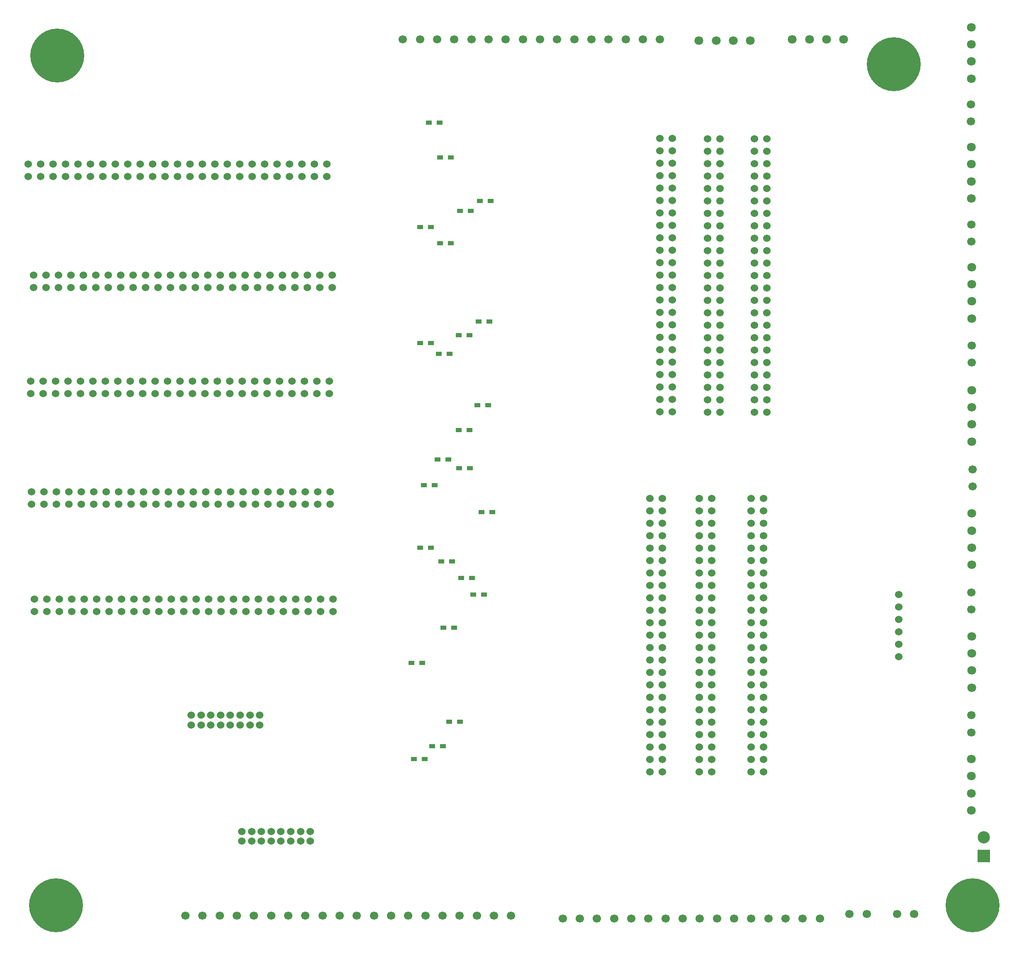
<source format=gbr>
G04 #@! TF.FileFunction,Soldermask,Bot*
%FSLAX46Y46*%
G04 Gerber Fmt 4.6, Leading zero omitted, Abs format (unit mm)*
G04 Created by KiCad (PCBNEW 4.0.4-stable) date 01/03/17 20:17:35*
%MOMM*%
%LPD*%
G01*
G04 APERTURE LIST*
%ADD10C,0.100000*%
%ADD11C,1.524000*%
%ADD12R,1.200000X0.900000*%
%ADD13C,11.000000*%
%ADD14C,0.700000*%
%ADD15R,2.499360X2.499360*%
%ADD16C,2.499360*%
%ADD17C,1.700000*%
%ADD18C,1.800000*%
G04 APERTURE END LIST*
D10*
D11*
X44633860Y-99987680D03*
X44633860Y-97447680D03*
X47173860Y-99987680D03*
X47173860Y-97447680D03*
X49713860Y-99987680D03*
X49713860Y-97447680D03*
X52253860Y-99987680D03*
X52253860Y-97447680D03*
X54793860Y-99987680D03*
X54793860Y-97447680D03*
X57333860Y-99987680D03*
X57333860Y-97447680D03*
X59873860Y-99987680D03*
X59873860Y-97447680D03*
X62413860Y-99987680D03*
X62413860Y-97447680D03*
X64953860Y-99987680D03*
X64953860Y-97447680D03*
X67493860Y-99987680D03*
X67493860Y-97447680D03*
X70033860Y-99987680D03*
X70033860Y-97447680D03*
X72573860Y-99987680D03*
X72573860Y-97447680D03*
X75113860Y-99987680D03*
X75113860Y-97447680D03*
X77653860Y-99987680D03*
X77653860Y-97447680D03*
X80193860Y-99987680D03*
X80193860Y-97447680D03*
X82733860Y-99987680D03*
X82733860Y-97447680D03*
X85273860Y-99987680D03*
X85273860Y-97447680D03*
X87813860Y-99987680D03*
X87813860Y-97447680D03*
X90353860Y-99987680D03*
X90353860Y-97447680D03*
X92893860Y-99987680D03*
X92893860Y-97447680D03*
X95433860Y-99987680D03*
X95433860Y-97447680D03*
X97973860Y-99987680D03*
X97973860Y-97447680D03*
X100513860Y-99987680D03*
X100513860Y-97447680D03*
X103053860Y-99987680D03*
X103053860Y-97447680D03*
X105593860Y-99987680D03*
X105593860Y-97447680D03*
X43495860Y-77253680D03*
X43495860Y-74713680D03*
X46035860Y-77253680D03*
X46035860Y-74713680D03*
X48575860Y-77253680D03*
X48575860Y-74713680D03*
X51115860Y-77253680D03*
X51115860Y-74713680D03*
X53655860Y-77253680D03*
X53655860Y-74713680D03*
X56195860Y-77253680D03*
X56195860Y-74713680D03*
X58735860Y-77253680D03*
X58735860Y-74713680D03*
X61275860Y-77253680D03*
X61275860Y-74713680D03*
X63815860Y-77253680D03*
X63815860Y-74713680D03*
X66355860Y-77253680D03*
X66355860Y-74713680D03*
X68895860Y-77253680D03*
X68895860Y-74713680D03*
X71435860Y-77253680D03*
X71435860Y-74713680D03*
X73975860Y-77253680D03*
X73975860Y-74713680D03*
X76515860Y-77253680D03*
X76515860Y-74713680D03*
X79055860Y-77253680D03*
X79055860Y-74713680D03*
X81595860Y-77253680D03*
X81595860Y-74713680D03*
X84135860Y-77253680D03*
X84135860Y-74713680D03*
X86675860Y-77253680D03*
X86675860Y-74713680D03*
X89215860Y-77253680D03*
X89215860Y-74713680D03*
X91755860Y-77253680D03*
X91755860Y-74713680D03*
X94295860Y-77253680D03*
X94295860Y-74713680D03*
X96835860Y-77253680D03*
X96835860Y-74713680D03*
X99375860Y-77253680D03*
X99375860Y-74713680D03*
X101915860Y-77253680D03*
X101915860Y-74713680D03*
X104455860Y-77253680D03*
X104455860Y-74713680D03*
X43993860Y-121647680D03*
X43993860Y-119107680D03*
X46533860Y-121647680D03*
X46533860Y-119107680D03*
X49073860Y-121647680D03*
X49073860Y-119107680D03*
X51613860Y-121647680D03*
X51613860Y-119107680D03*
X54153860Y-121647680D03*
X54153860Y-119107680D03*
X56693860Y-121647680D03*
X56693860Y-119107680D03*
X59233860Y-121647680D03*
X59233860Y-119107680D03*
X61773860Y-121647680D03*
X61773860Y-119107680D03*
X64313860Y-121647680D03*
X64313860Y-119107680D03*
X66853860Y-121647680D03*
X66853860Y-119107680D03*
X69393860Y-121647680D03*
X69393860Y-119107680D03*
X71933860Y-121647680D03*
X71933860Y-119107680D03*
X74473860Y-121647680D03*
X74473860Y-119107680D03*
X77013860Y-121647680D03*
X77013860Y-119107680D03*
X79553860Y-121647680D03*
X79553860Y-119107680D03*
X82093860Y-121647680D03*
X82093860Y-119107680D03*
X84633860Y-121647680D03*
X84633860Y-119107680D03*
X87173860Y-121647680D03*
X87173860Y-119107680D03*
X89713860Y-121647680D03*
X89713860Y-119107680D03*
X92253860Y-121647680D03*
X92253860Y-119107680D03*
X94793860Y-121647680D03*
X94793860Y-119107680D03*
X97333860Y-121647680D03*
X97333860Y-119107680D03*
X99873860Y-121647680D03*
X99873860Y-119107680D03*
X102413860Y-121647680D03*
X102413860Y-119107680D03*
X104953860Y-121647680D03*
X104953860Y-119107680D03*
X44183860Y-144267680D03*
X44183860Y-141727680D03*
X46723860Y-144267680D03*
X46723860Y-141727680D03*
X49263860Y-144267680D03*
X49263860Y-141727680D03*
X51803860Y-144267680D03*
X51803860Y-141727680D03*
X54343860Y-144267680D03*
X54343860Y-141727680D03*
X56883860Y-144267680D03*
X56883860Y-141727680D03*
X59423860Y-144267680D03*
X59423860Y-141727680D03*
X61963860Y-144267680D03*
X61963860Y-141727680D03*
X64503860Y-144267680D03*
X64503860Y-141727680D03*
X67043860Y-144267680D03*
X67043860Y-141727680D03*
X69583860Y-144267680D03*
X69583860Y-141727680D03*
X72123860Y-144267680D03*
X72123860Y-141727680D03*
X74663860Y-144267680D03*
X74663860Y-141727680D03*
X77203860Y-144267680D03*
X77203860Y-141727680D03*
X79743860Y-144267680D03*
X79743860Y-141727680D03*
X82283860Y-144267680D03*
X82283860Y-141727680D03*
X84823860Y-144267680D03*
X84823860Y-141727680D03*
X87363860Y-144267680D03*
X87363860Y-141727680D03*
X89903860Y-144267680D03*
X89903860Y-141727680D03*
X92443860Y-144267680D03*
X92443860Y-141727680D03*
X94983860Y-144267680D03*
X94983860Y-141727680D03*
X97523860Y-144267680D03*
X97523860Y-141727680D03*
X100063860Y-144267680D03*
X100063860Y-141727680D03*
X102603860Y-144267680D03*
X102603860Y-141727680D03*
X105143860Y-144267680D03*
X105143860Y-141727680D03*
D12*
X133837860Y-84307680D03*
X131637860Y-84307680D03*
X133675300Y-136880600D03*
X131475300Y-136880600D03*
X138243860Y-145837680D03*
X136043860Y-145837680D03*
X129263860Y-135107680D03*
X127063860Y-135107680D03*
X126463860Y-140327680D03*
X124263860Y-140327680D03*
X133583860Y-109707680D03*
X131383860Y-109707680D03*
X137647860Y-106913680D03*
X135447860Y-106913680D03*
X129773860Y-90911680D03*
X127573860Y-90911680D03*
X125709860Y-87609680D03*
X123509860Y-87609680D03*
X128219380Y-193725800D03*
X126019380Y-193725800D03*
X124419540Y-196331840D03*
X122219540Y-196331840D03*
X131663620Y-188747400D03*
X129463620Y-188747400D03*
X130453860Y-169517680D03*
X128253860Y-169517680D03*
X137901860Y-82275680D03*
X135701860Y-82275680D03*
X123973860Y-176727680D03*
X121773860Y-176727680D03*
X129773860Y-73385680D03*
X127573860Y-73385680D03*
X133583860Y-129067680D03*
X131383860Y-129067680D03*
X134083860Y-159297680D03*
X131883860Y-159297680D03*
X127487860Y-66273680D03*
X125287860Y-66273680D03*
X137393860Y-124067680D03*
X135193860Y-124067680D03*
X136583860Y-162717680D03*
X134383860Y-162717680D03*
X129519860Y-113517680D03*
X127319860Y-113517680D03*
X130063860Y-155907680D03*
X127863860Y-155907680D03*
X125763860Y-111287680D03*
X123563860Y-111287680D03*
X125763860Y-153167680D03*
X123563860Y-153167680D03*
D13*
X220193860Y-54317680D03*
D14*
X224318860Y-54317680D03*
X223120675Y-57244495D03*
X220193860Y-58442680D03*
X217267045Y-57244495D03*
X216068860Y-54317680D03*
X217267045Y-51390865D03*
X220193860Y-50192680D03*
X223120675Y-51390865D03*
D13*
X49425860Y-52557680D03*
D14*
X53550860Y-52557680D03*
X52352675Y-55484495D03*
X49425860Y-56682680D03*
X46499045Y-55484495D03*
X45300860Y-52557680D03*
X46499045Y-49630865D03*
X49425860Y-48432680D03*
X52352675Y-49630865D03*
D13*
X49176940Y-226232720D03*
D14*
X53301940Y-226232720D03*
X52103755Y-229159535D03*
X49176940Y-230357720D03*
X46250125Y-229159535D03*
X45051940Y-226232720D03*
X46250125Y-223305905D03*
X49176940Y-222107720D03*
X52103755Y-223305905D03*
D13*
X236298740Y-226222560D03*
D14*
X240423740Y-226222560D03*
X239225555Y-229149375D03*
X236298740Y-230347560D03*
X233371925Y-229149375D03*
X232173740Y-226222560D03*
X233371925Y-223295745D03*
X236298740Y-222097560D03*
X239225555Y-223295745D03*
D15*
X238554260Y-216159080D03*
D16*
X238554260Y-212349080D03*
D11*
X44813860Y-166207680D03*
X44813860Y-163667680D03*
X47353860Y-166207680D03*
X47353860Y-163667680D03*
X49893860Y-166207680D03*
X49893860Y-163667680D03*
X52433860Y-166207680D03*
X52433860Y-163667680D03*
X54973860Y-166207680D03*
X54973860Y-163667680D03*
X57513860Y-166207680D03*
X57513860Y-163667680D03*
X60053860Y-166207680D03*
X60053860Y-163667680D03*
X62593860Y-166207680D03*
X62593860Y-163667680D03*
X65133860Y-166207680D03*
X65133860Y-163667680D03*
X67673860Y-166207680D03*
X67673860Y-163667680D03*
X70213860Y-166207680D03*
X70213860Y-163667680D03*
X72753860Y-166207680D03*
X72753860Y-163667680D03*
X75293860Y-166207680D03*
X75293860Y-163667680D03*
X77833860Y-166207680D03*
X77833860Y-163667680D03*
X80373860Y-166207680D03*
X80373860Y-163667680D03*
X82913860Y-166207680D03*
X82913860Y-163667680D03*
X85453860Y-166207680D03*
X85453860Y-163667680D03*
X87993860Y-166207680D03*
X87993860Y-163667680D03*
X90533860Y-166207680D03*
X90533860Y-163667680D03*
X93073860Y-166207680D03*
X93073860Y-163667680D03*
X95613860Y-166207680D03*
X95613860Y-163667680D03*
X98153860Y-166207680D03*
X98153860Y-163667680D03*
X100693860Y-166207680D03*
X100693860Y-163667680D03*
X103233860Y-166207680D03*
X103233860Y-163667680D03*
X105773860Y-166207680D03*
X105773860Y-163667680D03*
D17*
X172493860Y-49267680D03*
X168993860Y-49267680D03*
X165493860Y-49267680D03*
X161993860Y-49267680D03*
X158493860Y-49267680D03*
X154993860Y-49267680D03*
X151493860Y-49267680D03*
X147993860Y-49267680D03*
X144493860Y-49267680D03*
X140993860Y-49267680D03*
X137493860Y-49267680D03*
X133993860Y-49267680D03*
X130493860Y-49267680D03*
X126993860Y-49267680D03*
X123493860Y-49267680D03*
X119993860Y-49267680D03*
X75587860Y-228325680D03*
X79087860Y-228325680D03*
X82587860Y-228325680D03*
X86087860Y-228325680D03*
X89587860Y-228325680D03*
X93087860Y-228325680D03*
X96587860Y-228325680D03*
X100087860Y-228325680D03*
X103587860Y-228325680D03*
X107087860Y-228325680D03*
X110587860Y-228325680D03*
X114087860Y-228325680D03*
X117587860Y-228325680D03*
X121087860Y-228325680D03*
X124587860Y-228325680D03*
X128087860Y-228325680D03*
X131587860Y-228325680D03*
X135087860Y-228325680D03*
X138587860Y-228325680D03*
X142087860Y-228325680D03*
D11*
X221246700Y-162687000D03*
X221246700Y-165227000D03*
X221246700Y-167767000D03*
X221246700Y-170307000D03*
X221246700Y-172847000D03*
X221246700Y-175387000D03*
D17*
X205117700Y-228960680D03*
X201617700Y-228960680D03*
X198117700Y-228960680D03*
X194617700Y-228960680D03*
X191117700Y-228960680D03*
X187617700Y-228960680D03*
X184117700Y-228960680D03*
X180617700Y-228960680D03*
X177117700Y-228960680D03*
X173617700Y-228960680D03*
X170117700Y-228960680D03*
X166617700Y-228960680D03*
X163117700Y-228960680D03*
X159617700Y-228960680D03*
X156117700Y-228960680D03*
X152617700Y-228960680D03*
X220875860Y-227970080D03*
X224375860Y-227970080D03*
X211173060Y-228020880D03*
X214673060Y-228020880D03*
X236065060Y-90606880D03*
X236065060Y-87106880D03*
X235963460Y-66070480D03*
X235963460Y-62570480D03*
X236014260Y-190886080D03*
X236014260Y-187386080D03*
X236014260Y-165790880D03*
X236014260Y-162290880D03*
X236319060Y-140644880D03*
X236319060Y-137144880D03*
X236166660Y-115295680D03*
X236166660Y-111795680D03*
D18*
X210004660Y-49255680D03*
X206504660Y-49255680D03*
X203004660Y-49255680D03*
X199504660Y-49255680D03*
X236014260Y-206837280D03*
X236014260Y-203337280D03*
X236014260Y-199837280D03*
X236014260Y-196337280D03*
X236115860Y-181742080D03*
X236115860Y-178242080D03*
X236115860Y-174742080D03*
X236115860Y-171242080D03*
X236166660Y-156646880D03*
X236166660Y-153146880D03*
X236166660Y-149646880D03*
X236166660Y-146146880D03*
X236166660Y-131450080D03*
X236166660Y-127950080D03*
X236166660Y-124450080D03*
X236166660Y-120950080D03*
X236115860Y-106304080D03*
X236115860Y-102804080D03*
X236115860Y-99304080D03*
X236115860Y-95804080D03*
X236014260Y-81767680D03*
X236014260Y-78267680D03*
X236014260Y-74767680D03*
X236014260Y-71267680D03*
X236014260Y-57282080D03*
X236014260Y-53782080D03*
X236014260Y-50282080D03*
X236014260Y-46782080D03*
X190954660Y-49509680D03*
X187454660Y-49509680D03*
X183954660Y-49509680D03*
X180454660Y-49509680D03*
D11*
X101113860Y-211117680D03*
X101113860Y-213117680D03*
X99113860Y-213117680D03*
X99113860Y-211117680D03*
X97113860Y-211117680D03*
X97113860Y-213117680D03*
X95113860Y-213117680D03*
X95113860Y-211117680D03*
X93113860Y-211117680D03*
X93113860Y-213117680D03*
X91113860Y-213117680D03*
X91113860Y-211117680D03*
X89113860Y-211117680D03*
X89113860Y-213117680D03*
X87113860Y-213117680D03*
X87113860Y-211117680D03*
X90783860Y-187357680D03*
X90783860Y-189357680D03*
X88783860Y-189357680D03*
X88783860Y-187357680D03*
X86783860Y-187357680D03*
X86783860Y-189357680D03*
X84783860Y-189357680D03*
X84783860Y-187357680D03*
X82783860Y-187357680D03*
X82783860Y-189357680D03*
X80783860Y-189357680D03*
X80783860Y-187357680D03*
X78783860Y-187357680D03*
X78783860Y-189357680D03*
X76783860Y-189357680D03*
X76783860Y-187357680D03*
X191797940Y-69570600D03*
X194337940Y-69570600D03*
X191797940Y-72110600D03*
X194337940Y-72110600D03*
X191797940Y-74650600D03*
X194337940Y-74650600D03*
X191797940Y-77190600D03*
X194337940Y-77190600D03*
X191797940Y-79730600D03*
X194337940Y-79730600D03*
X191797940Y-82270600D03*
X194337940Y-82270600D03*
X191797940Y-84810600D03*
X194337940Y-84810600D03*
X191797940Y-87350600D03*
X194337940Y-87350600D03*
X191797940Y-89890600D03*
X194337940Y-89890600D03*
X191797940Y-92430600D03*
X194337940Y-92430600D03*
X191797940Y-94970600D03*
X194337940Y-94970600D03*
X191797940Y-97510600D03*
X194337940Y-97510600D03*
X191797940Y-100050600D03*
X194337940Y-100050600D03*
X191797940Y-102590600D03*
X194337940Y-102590600D03*
X191797940Y-105130600D03*
X194337940Y-105130600D03*
X191797940Y-107670600D03*
X194337940Y-107670600D03*
X191797940Y-110210600D03*
X194337940Y-110210600D03*
X191797940Y-112750600D03*
X194337940Y-112750600D03*
X191797940Y-115290600D03*
X194337940Y-115290600D03*
X191797940Y-117830600D03*
X194337940Y-117830600D03*
X191797940Y-120370600D03*
X194337940Y-120370600D03*
X191797940Y-122910600D03*
X194337940Y-122910600D03*
X191797940Y-125450600D03*
X194337940Y-125450600D03*
X182237380Y-69575680D03*
X184777380Y-69575680D03*
X182237380Y-72115680D03*
X184777380Y-72115680D03*
X182237380Y-74655680D03*
X184777380Y-74655680D03*
X182237380Y-77195680D03*
X184777380Y-77195680D03*
X182237380Y-79735680D03*
X184777380Y-79735680D03*
X182237380Y-82275680D03*
X184777380Y-82275680D03*
X182237380Y-84815680D03*
X184777380Y-84815680D03*
X182237380Y-87355680D03*
X184777380Y-87355680D03*
X182237380Y-89895680D03*
X184777380Y-89895680D03*
X182237380Y-92435680D03*
X184777380Y-92435680D03*
X182237380Y-94975680D03*
X184777380Y-94975680D03*
X182237380Y-97515680D03*
X184777380Y-97515680D03*
X182237380Y-100055680D03*
X184777380Y-100055680D03*
X182237380Y-102595680D03*
X184777380Y-102595680D03*
X182237380Y-105135680D03*
X184777380Y-105135680D03*
X182237380Y-107675680D03*
X184777380Y-107675680D03*
X182237380Y-110215680D03*
X184777380Y-110215680D03*
X182237380Y-112755680D03*
X184777380Y-112755680D03*
X182237380Y-115295680D03*
X184777380Y-115295680D03*
X182237380Y-117835680D03*
X184777380Y-117835680D03*
X182237380Y-120375680D03*
X184777380Y-120375680D03*
X182237380Y-122915680D03*
X184777380Y-122915680D03*
X182237380Y-125455680D03*
X184777380Y-125455680D03*
X172427900Y-69540120D03*
X174967900Y-69540120D03*
X172427900Y-72080120D03*
X174967900Y-72080120D03*
X172427900Y-74620120D03*
X174967900Y-74620120D03*
X172427900Y-77160120D03*
X174967900Y-77160120D03*
X172427900Y-79700120D03*
X174967900Y-79700120D03*
X172427900Y-82240120D03*
X174967900Y-82240120D03*
X172427900Y-84780120D03*
X174967900Y-84780120D03*
X172427900Y-87320120D03*
X174967900Y-87320120D03*
X172427900Y-89860120D03*
X174967900Y-89860120D03*
X172427900Y-92400120D03*
X174967900Y-92400120D03*
X172427900Y-94940120D03*
X174967900Y-94940120D03*
X172427900Y-97480120D03*
X174967900Y-97480120D03*
X172427900Y-100020120D03*
X174967900Y-100020120D03*
X172427900Y-102560120D03*
X174967900Y-102560120D03*
X172427900Y-105100120D03*
X174967900Y-105100120D03*
X172427900Y-107640120D03*
X174967900Y-107640120D03*
X172427900Y-110180120D03*
X174967900Y-110180120D03*
X172427900Y-112720120D03*
X174967900Y-112720120D03*
X172427900Y-115260120D03*
X174967900Y-115260120D03*
X172427900Y-117800120D03*
X174967900Y-117800120D03*
X172427900Y-120340120D03*
X174967900Y-120340120D03*
X172427900Y-122880120D03*
X174967900Y-122880120D03*
X172427900Y-125420120D03*
X174967900Y-125420120D03*
X191107060Y-143106140D03*
X193647060Y-143106140D03*
X191107060Y-145646140D03*
X193647060Y-145646140D03*
X191107060Y-148186140D03*
X193647060Y-148186140D03*
X191107060Y-150726140D03*
X193647060Y-150726140D03*
X191107060Y-153266140D03*
X193647060Y-153266140D03*
X191107060Y-155806140D03*
X193647060Y-155806140D03*
X191107060Y-158346140D03*
X193647060Y-158346140D03*
X191107060Y-160886140D03*
X193647060Y-160886140D03*
X191107060Y-163426140D03*
X193647060Y-163426140D03*
X191107060Y-165966140D03*
X193647060Y-165966140D03*
X191107060Y-168506140D03*
X193647060Y-168506140D03*
X191107060Y-171046140D03*
X193647060Y-171046140D03*
X191107060Y-173586140D03*
X193647060Y-173586140D03*
X191107060Y-176126140D03*
X193647060Y-176126140D03*
X191107060Y-178666140D03*
X193647060Y-178666140D03*
X191107060Y-181206140D03*
X193647060Y-181206140D03*
X191107060Y-183746140D03*
X193647060Y-183746140D03*
X191107060Y-186286140D03*
X193647060Y-186286140D03*
X191107060Y-188826140D03*
X193647060Y-188826140D03*
X191107060Y-191366140D03*
X193647060Y-191366140D03*
X191107060Y-193906140D03*
X193647060Y-193906140D03*
X191107060Y-196446140D03*
X193647060Y-196446140D03*
X191107060Y-198986140D03*
X193647060Y-198986140D03*
X170393360Y-143042640D03*
X172933360Y-143042640D03*
X170393360Y-145582640D03*
X172933360Y-145582640D03*
X170393360Y-148122640D03*
X172933360Y-148122640D03*
X170393360Y-150662640D03*
X172933360Y-150662640D03*
X170393360Y-153202640D03*
X172933360Y-153202640D03*
X170393360Y-155742640D03*
X172933360Y-155742640D03*
X170393360Y-158282640D03*
X172933360Y-158282640D03*
X170393360Y-160822640D03*
X172933360Y-160822640D03*
X170393360Y-163362640D03*
X172933360Y-163362640D03*
X170393360Y-165902640D03*
X172933360Y-165902640D03*
X170393360Y-168442640D03*
X172933360Y-168442640D03*
X170393360Y-170982640D03*
X172933360Y-170982640D03*
X170393360Y-173522640D03*
X172933360Y-173522640D03*
X170393360Y-176062640D03*
X172933360Y-176062640D03*
X170393360Y-178602640D03*
X172933360Y-178602640D03*
X170393360Y-181142640D03*
X172933360Y-181142640D03*
X170393360Y-183682640D03*
X172933360Y-183682640D03*
X170393360Y-186222640D03*
X172933360Y-186222640D03*
X170393360Y-188762640D03*
X172933360Y-188762640D03*
X170393360Y-191302640D03*
X172933360Y-191302640D03*
X170393360Y-193842640D03*
X172933360Y-193842640D03*
X170393360Y-196382640D03*
X172933360Y-196382640D03*
X170393360Y-198922640D03*
X172933360Y-198922640D03*
X180464460Y-143042640D03*
X183004460Y-143042640D03*
X180464460Y-145582640D03*
X183004460Y-145582640D03*
X180464460Y-148122640D03*
X183004460Y-148122640D03*
X180464460Y-150662640D03*
X183004460Y-150662640D03*
X180464460Y-153202640D03*
X183004460Y-153202640D03*
X180464460Y-155742640D03*
X183004460Y-155742640D03*
X180464460Y-158282640D03*
X183004460Y-158282640D03*
X180464460Y-160822640D03*
X183004460Y-160822640D03*
X180464460Y-163362640D03*
X183004460Y-163362640D03*
X180464460Y-165902640D03*
X183004460Y-165902640D03*
X180464460Y-168442640D03*
X183004460Y-168442640D03*
X180464460Y-170982640D03*
X183004460Y-170982640D03*
X180464460Y-173522640D03*
X183004460Y-173522640D03*
X180464460Y-176062640D03*
X183004460Y-176062640D03*
X180464460Y-178602640D03*
X183004460Y-178602640D03*
X180464460Y-181142640D03*
X183004460Y-181142640D03*
X180464460Y-183682640D03*
X183004460Y-183682640D03*
X180464460Y-186222640D03*
X183004460Y-186222640D03*
X180464460Y-188762640D03*
X183004460Y-188762640D03*
X180464460Y-191302640D03*
X183004460Y-191302640D03*
X180464460Y-193842640D03*
X183004460Y-193842640D03*
X180464460Y-196382640D03*
X183004460Y-196382640D03*
X180464460Y-198922640D03*
X183004460Y-198922640D03*
M02*

</source>
